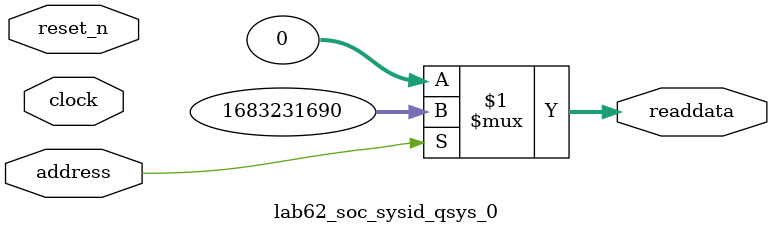
<source format=v>



// synthesis translate_off
`timescale 1ns / 1ps
// synthesis translate_on

// turn off superfluous verilog processor warnings 
// altera message_level Level1 
// altera message_off 10034 10035 10036 10037 10230 10240 10030 

module lab62_soc_sysid_qsys_0 (
               // inputs:
                address,
                clock,
                reset_n,

               // outputs:
                readdata
             )
;

  output  [ 31: 0] readdata;
  input            address;
  input            clock;
  input            reset_n;

  wire    [ 31: 0] readdata;
  //control_slave, which is an e_avalon_slave
  assign readdata = address ? 1683231690 : 0;

endmodule



</source>
